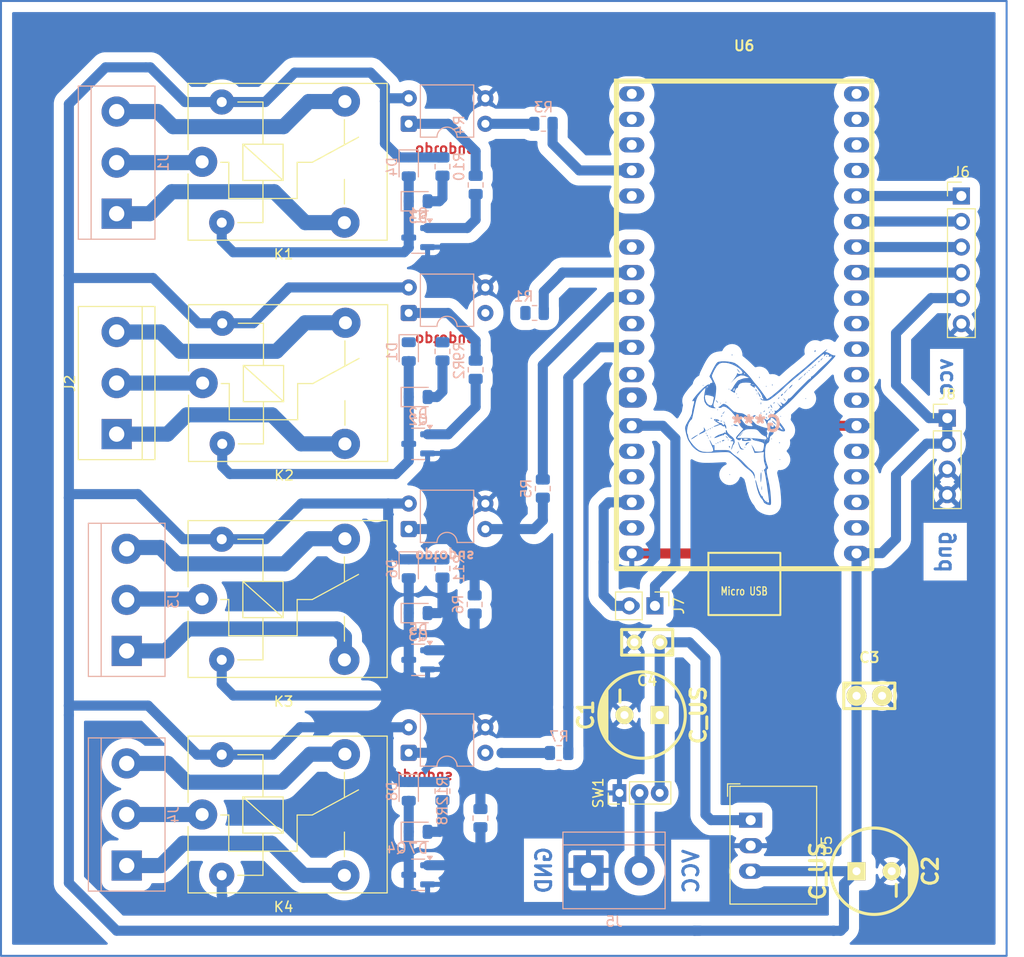
<source format=kicad_pcb>
(kicad_pcb (version 20241229) (generator "pcbnew") (generator_version "9.0")
  (layers (0 "F.Cu" signal) (2 "B.Cu" signal) (13 "F.Paste" user) (15 "B.Paste" user) (5 "F.SilkS" user "F.Silkscreen") (7 "B.SilkS" user "B.Silkscreen") (1 "F.Mask" user) (3 "B.Mask" user) (25 "Edge.Cuts" user))
  (net 0 "")
  (net 1 "Net-(D1-A)")
  (net 2 "Net-(U4-A)")
  (net 3 "Net-(R2-Pad1)")
  (net 4 "GND")
  (net 5 "Net-(D2-A)")
  (net 6 "Net-(J2-Pin_3)")
  (net 7 "Net-(J2-Pin_2)")
  (net 8 "Net-(Q2-B)")
  (net 9 "VCC")
  (net 10 "Net-(D3-A)")
  (net 12 "Net-(D5-A)")
  (net 14 "Net-(D7-A)")
  (net 15 "Net-(J1-Pin_3)")
  (net 16 "Net-(J1-Pin_2)")
  (net 17 "Net-(J3-Pin_2)")
  (net 18 "Net-(J3-Pin_3)")
  (net 19 "Net-(J4-Pin_3)")
  (net 20 "Net-(J4-Pin_2)")
  (net 21 "Net-(Q1-B)")
  (net 22 "Net-(Q3-B)")
  (net 23 "Net-(Q4-B)")
  (net 24 "Net-(U1-A)")
  (net 25 "Net-(R4-Pad1)")
  (net 26 "Net-(U2-A)")
  (net 27 "Net-(R6-Pad1)")
  (net 28 "Net-(U3-A)")
  (net 29 "Net-(R8-Pad1)")
  (net 38 "gpio15")
  (net 49 "Net-(J5-Pin_2)")
  (net 50 "Net-(J6-Pin_1)")
  (net 51 "Net-(J6-Pin_4)")
  (net 52 "Net-(J6-Pin_2)")
  (net 53 "Net-(J6-Pin_3)")
  (net 54 "in vcc")
  (net 55 "Net-(J7-Pin_1)")
  (net 56 "Net-(J7-Pin_2)")
  (net 60 "gpio16")
  (net 61 "gpio17")
  (net 62 "gpio18")
  (net 64 "Net-(D5-K)")
  (net 65 "Net-(D7-K)")
  (net 66 "Net-(D3-K)")
  (net 67 "a")
  (net 68 "b")
  (net 69 "c")
  (net 70 "d")
  (footprint "Relay_THT:Relay_SPDT_SANYOU_SRD_Series_Form_C" (layer "F.Cu") (at 35.55 73.0125)
    (property "Reference" "K2")
    (property "Value" "SANYOU_SRD_Form_C")
  )
  (footprint "Connector_PinHeader_2.00mm:PinHeader_1x03_P2.00mm_Vertical" (layer "F.Cu") (at 77 113.792 90)
    (property "Reference" "SW1")
    (property "Value" "SW_Nidec_CAS-120A1")
  )
  (footprint "Relay_THT:Relay_SPDT_SANYOU_SRD_Series_Form_C" (layer "F.Cu") (at 35.5 115.9375)
    (property "Reference" "K4")
    (property "Value" "SANYOU_SRD_Form_C")
  )
  (footprint "Connector_PinHeader_2.54mm:PinHeader_1x02_P2.54mm_Vertical" (layer "F.Cu") (at 80.53 95.18 -90)
    (property "Reference" "J7")
    (property "Value" "Conn_01x02_Pin")
  )
  (footprint "Relay_THT:Relay_SPDT_SANYOU_SRD_Series_Form_C" (layer "F.Cu") (at 35.5 94.5)
    (property "Reference" "K3")
    (property "Value" "SANYOU_SRD_Form_C")
  )
  (footprint "Converter_DCDC:Converter_DCDC_RECOM_R-78E-0.5_THT" (layer "F.Cu") (at 90.05 116.5 -90)
    (property "Reference" "U5")
    (property "Value" "L7805")
  )
  (footprint "EESTN5:CAP_ELEC_8x11.5mm" (layer "F.Cu") (at 102.326 121.58 -90)
    (property "Reference" "C2")
    (property "Value" "C_US")
  )
  (footprint "EESTN5:CAP_0.1" (layer "F.Cu") (at 79.756 98.806 180)
    (property "Reference" "C4")
    (property "Value" "C" (hide yes))
  )
  (footprint "esp:ESP32S_38_PINES" (layer "F.Cu") (at 89.4 39.4565)
    (property "Reference" "U6")
    (property "Value" "~" (hide yes))
  )
  (footprint "Connector_PinHeader_2.54mm:PinHeader_1x06_P2.54mm_Vertical" (layer "F.Cu") (at 111 54.3995)
    (property "Reference" "J6")
    (property "Value" "Conn_01x06_Pin")
  )
  (footprint "Relay_THT:Relay_SPDT_SANYOU_SRD_Series_Form_C" (layer "F.Cu") (at 35.5 51)
    (property "Reference" "K1")
    (property "Value" "SANYOU_SRD_Form_C")
  )
  (footprint "Connector_PinHeader_2.54mm:PinHeader_1x04_P2.54mm_Vertical" (layer "F.Cu") (at 109.601 76.5)
    (property "Reference" "J8")
    (property "Value" "Conn_01x04_Pin")
  )
  (footprint "EESTN5:CAP_0.1" (layer "F.Cu") (at 101.846 104.13)
    (property "Reference" "C3")
    (property "Value" "C" (hide yes))
  )
  (footprint "TerminalBlock:TerminalBlock_bornier-3_P5.08mm" (layer "F.Cu") (at 27 78.0925 90)
    (property "Reference" "J2")
    (property "Value" "Conn_01x03_Pin")
  )
  (footprint "EESTN5:CAP_ELEC_8x11.5mm" (layer "F.Cu") (at 79.25 106.045 90)
    (property "Reference" "C1")
    (property "Value" "C_US")
  )
  (footprint "TerminalBlock:TerminalBlock_bornier-2_P5.08mm" (layer "B.Cu") (at 73.92 121.5)
    (property "Reference" "J5")
    (property "Value" "Screw_Terminal_01x02")
  )
  (footprint "añañin:yokoono" (layer "B.Cu") (at 60.045 68.15)
    (property "Reference" "U4" (hide yes))
    (property "Value" "GP2S700HCP" (hide yes))
  )
  (footprint "LED_SMD:LED_0805_2012Metric" (layer "B.Cu") (at 56.9825 74.4)
    (property "Reference" "D2")
    (property "Value" "LED")
  )
  (footprint "Resistor_SMD:R_0805_2012Metric" (layer "B.Cu") (at 70.9975 109.8175 180)
    (property "Reference" "R7")
    (property "Value" "R")
  )
  (footprint "añañin:yokoono" (layer "B.Cu") (at 60.045 111.91)
    (property "Reference" "U3" (hide yes))
    (property "Value" "GP2S700HCP" (hide yes))
  )
  (footprint "Resistor_SMD:R_0805_2012Metric" (layer "B.Cu") (at 63.175 116.3 -90)
    (property "Reference" "R8")
    (property "Value" "R")
  )
  (footprint "Package_TO_SOT_SMD:SOT-23" (layer "B.Cu") (at 56.9825 121.9375 180)
    (property "Reference" "Q4")
    (property "Value" "MMBT2222A")
  )
  (footprint "Resistor_SMD:R_0805_2012Metric" (layer "B.Cu") (at 59.4 69.8625 90)
    (property "Reference" "R9")
    (property "Value" "R")
  )
  (footprint "Diode_SMD:D_0805_2012Metric" (layer "B.Cu") (at 56.045 91.4875 -90)
    (property "Reference" "D6")
    (property "Value" "D")
  )
  (footprint "Resistor_SMD:R_0805_2012Metric" (layer "B.Cu") (at 62.7 71.6875 -90)
    (property "Reference" "R2")
    (property "Value" "R")
  )
  (footprint "Resistor_SMD:R_0805_2012Metric" (layer "B.Cu") (at 68.5625 66.04 180)
    (property "Reference" "R1")
    (property "Value" "R")
  )
  (footprint "Resistor_SMD:R_0805_2012Metric" (layer "B.Cu") (at 59.4 113.6125 90)
    (property "Reference" "R12")
    (property "Value" "R")
  )
  (footprint "Package_TO_SOT_SMD:SOT-23" (layer "B.Cu") (at 56.9825 79.0625 180)
    (property "Reference" "Q2")
    (property "Value" "MMBT2222A")
  )
  (footprint "LED_SMD:LED_0805_2012Metric" (layer "B.Cu") (at 56.9825 54.925)
    (property "Reference" "D3")
    (property "Value" "LED")
  )
  (footprint "LOGO" (layer "B.Cu") (at 90.609558 77.073163 180)
    (property "Reference" "G***")
    (property "Value" "LOGO" (hide yes))
  )
  (footprint "Resistor_SMD:R_0805_2012Metric" (layer "B.Cu") (at 59.4 51.475 90)
    (property "Reference" "R10")
    (property "Value" "R")
  )
  (footprint "añañin:yokoono" (layer "B.Cu") (at 60.045 49.3275)
    (property "Reference" "U1" (hide yes))
    (property "Value" "GP2S700HCP" (hide yes))
  )
  (footprint "LED_SMD:LED_0805_2012Metric" (layer "B.Cu") (at 56.9825 95.9)
    (property "Reference" "D5")
    (property "Value" "LED")
  )
  (footprint "Resistor_SMD:R_0805_2012Metric" (layer "B.Cu") (at 59.4 91.4625 90)
    (property "Reference" "R11")
    (property "Value" "R")
  )
  (footprint "Resistor_SMD:R_0805_2012Metric" (layer "B.Cu") (at 62.7 53.3 -90)
    (property "Reference" "R4")
    (property "Value" "R")
  )
  (footprint "Diode_SMD:D_0805_2012Metric" (layer "B.Cu") (at 56.045 51.5 -90)
    (property "Reference" "D4")
    (property "Value" "D")
  )
  (footprint "TerminalBlock:TerminalBlock_bornier-3_P5.08mm" (layer "B.Cu") (at 27 56.16 90)
    (property "Reference" "J1")
    (property "Value" "Conn_01x03_Pin")
  )
  (footprint "Resistor_SMD:R_0805_2012Metric" (layer "B.Cu") (at 69.4375 47.2175 180)
    (property "Reference" "R3")
    (property "Value" "R")
  )
  (footprint "TerminalBlock:TerminalBlock_bornier-3_P5.08mm" (layer "B.Cu") (at 28 121.0175 90)
    (property "Reference" "J4")
    (property "Value" "Conn_01x03_Pin")
  )
  (footprint "Package_TO_SOT_SMD:SOT-23" (layer "B.Cu") (at 56.9825 58.5375 180)
    (property "Reference" "Q1")
    (property "Value" "MMBT2222A")
  )
  (footprint "Package_TO_SOT_SMD:SOT-23" (layer "B.Cu") (at 56.9825 100.55 180)
    (property "Reference" "Q3")
    (property "Value" "MMBT2222A")
  )
  (footprint "añañin:yokoono" (layer "B.Cu") (at 60.045 89.65)
    (property "Reference" "U2" (hide yes))
    (property "Value" "GP2S700HCP" (hide yes))
  )
  (footprint "TerminalBlock:TerminalBlock_bornier-3_P5.08mm" (layer "B.Cu") (at 28 99.66 90)
    (property "Reference" "J3")
    (property "Value" "Conn_01x03_Pin")
  )
  (footprint "LED_SMD:LED_0805_2012Metric" (layer "B.Cu") (at 56.9825 117.6625)
    (property "Reference" "D7")
    (property "Value" "LED")
  )
  (footprint "Resistor_SMD:R_0805_2012Metric" (layer "B.Cu") (at 69.38 83.5125 -90)
    (property "Reference" "R5")
    (property "Value" "R")
  )
  (footprint "Resistor_SMD:R_0805_2012Metric" (layer "B.Cu") (at 62.6 95.0375 -90)
    (property "Reference" "R6")
    (property "Value" "R")
  )
  (footprint "Diode_SMD:D_0805_2012Metric" (layer "B.Cu") (at 56.045 69.8875 -90)
    (property "Reference" "D1")
    (property "Value" "D")
  )
  (footprint "Diode_SMD:D_0805_2012Metric" (layer "B.Cu") (at 56.045 113.6375 -90)
    (property "Reference" "D8")
    (property "Value" "D")
  )
  (gr_rect (start 15.5 35) (end 115.5 130) (stroke (width 0.2)) (fill no) (layer "B.Cu"))
  (gr_text "01" (at 83.7 67.5 0) (layer "F.Cu" knockout) (effects (font (size 5.08 5.08) (thickness 1.27) (bold yes)) (justify left bottom)))
  (gr_text "-" (at 84.375 58.7 0) (layer "F.Cu" knockout) (effects (font (size 5.08 5.08) (thickness 1.27) (bold yes)) (justify left bottom)))
  (gr_text "eva" (at 82.375 51.95 -0) (layer "F.Cu" knockout) (effects (font (size 5.08 5.08) (thickness 1.27) (bold yes)) (justify left bottom)))
  (gr_text "vcc" (at 110.236 70.358 90) (layer "B.Cu") (effects (font (size 1.5 1.5) (thickness 0.3) (bold yes)) (justify left bottom mirror)))
  (gr_text "gnd" (at 110.09 87.59 90) (layer "B.Cu") (effects (font (size 1.5 1.5) (thickness 0.3) (bold yes)) (justify left bottom mirror)))
  (gr_text "VCC" (at 85 119.253 90) (layer "B.Cu") (effects (font (size 1.5 1.5) (thickness 0.3) (bold yes)) (justify left bottom mirror)))
  (gr_text "GND" (at 70.358 118.999 90) (layer "B.Cu") (effects (font (size 1.5 1.5) (thickness 0.3) (bold yes)) (justify left bottom mirror)))
  (segment (start 56.045 74.4) (end 56.045 70.825) (width 1) (layer "B.Cu") (net 1))
  (segment (start 38.2625 82.0625) (end 54.7375 82.0625) (width 1) (layer "B.Cu") (net 1))
  (segment (start 54.7375 82.0625) (end 56.045 80.755) (width 1) (layer "B.Cu") (net 1))
  (segment (start 56.045 79.0625) (end 56.045 74.4) (width 1) (layer "B.Cu") (net 1))
  (segment (start 56.045 80.755) (end 56.045 79.0625) (width 1) (layer "B.Cu") (net 1))
  (segment (start 37.5 79.0625) (end 37.5 81.3) (width 1) (layer "B.Cu") (net 1))
  (segment (start 37.5 81.3) (end 38.2625 82.0625) (width 1) (layer "B.Cu") (net 1))
  (segment (start 56.045 66.04) (end 59.965 66.04) (width 1) (layer "B.Cu") (net 3))
  (segment (start 62.7 68.775) (end 62.7 69.275) (width 1) (layer "B.Cu") (net 3))
  (segment (start 62.7 69.275) (end 62.7 70.775) (width 1) (layer "B.Cu") (net 3))
  (segment (start 59.965 66.04) (end 62.7 68.775) (width 1) (layer "B.Cu") (net 3))
  (segment (start 97.113501 78.736499) (end 97.113501 87.836499) (width 1) (layer "F.Cu") (net 4))
  (segment (start 98.5905 77.2595) (end 97.113501 78.736499) (width 1) (layer "F.Cu") (net 4))
  (segment (start 97.113501 87.836499) (end 94.981427 89.968573) (width 1) (layer "F.Cu") (net 4))
  (segment (start 100.576 77.2595) (end 98.5905 77.2595) (width 1) (layer "F.Cu") (net 4))
  (segment (start 94.981427 89.968573) (end 78.233073 89.968573) (width 1) (layer "F.Cu") (net 4))
  (segment (start 78.233073 89.968573) (end 78.224 89.9595) (width 1) (layer "F.Cu") (net 4))
  (segment (start 57.92 74.4) (end 58.85 74.4) (width 1) (layer "B.Cu") (net 5))
  (segment (start 59.4 73.85) (end 59.4 70.775) (width 1) (layer "B.Cu") (net 5))
  (segment (start 58.85 74.4) (end 59.4 73.85) (width 1) (layer "B.Cu") (net 5))
  (segment (start 42.9 69.85) (end 45.7375 67.0125) (width 1.5) (layer "B.Cu") (net 6))
  (segment (start 45.7375 67.0125) (end 49.75 67.0125) (width 1.5) (layer "B.Cu") (net 6))
  (segment (start 31.3825 67.9325) (end 33.3 69.85) (width 1.5) (layer "B.Cu") (net 6))
  (segment (start 27 67.9325) (end 31.3825 67.9325) (width 1.5) (layer "B.Cu") (net 6))
  (segment (start 33.3 69.85) (end 42.9 69.85) (width 1.5) (layer "B.Cu") (net 6))
  (segment (start 35.55 73.0125) (end 27 73.0125) (width 1.5) (layer "B.Cu") (net 7))
  (segment (start 62.7 75.375) (end 59.9625 78.1125) (width 1) (layer "B.Cu") (net 8))
  (segment (start 62.7 72.6) (end 62.7 75.375) (width 1) (layer "B.Cu") (net 8))
  (segment (start 59.9625 78.1125) (end 57.92 78.1125) (width 1) (layer "B.Cu") (net 8))
  (segment (start 98.29 127.5) (end 98.298 127.508) (width 1) (layer "B.Cu") (net 9))
  (segment (start 98.992 127.508) (end 99.326 127.174) (width 1) (layer "B.Cu") (net 9))
  (segment (start 45.25 107.25) (end 45.26 107.26) (width 1) (layer "B.Cu") (net 9))
  (segment (start 35.0125 109.9875) (end 30.125 105.1) (width 1) (layer "B.Cu") (net 9))
  (segment (start 41.775 45.05) (end 37.45 45.05) (width 1) (layer "B.Cu") (net 9))
  (segment (start 104.5 88.5) (end 103.06 89.94) (width 1) (layer "B.Cu") (net 9))
  (segment (start 109.601 79.04) (end 107.56 79.04) (width 1) (layer "B.Cu") (net 9))
  (segment (start 22.5115 62.5615) (end 22.25 62.3) (width 1) (layer "B.Cu") (net 9))
  (segment (start 30.35 41.6) (end 29.9 41.6) (width 1) (layer "B.Cu") (net 9))
  (segment (start 84.455 127.5) (end 98.29 127.5) (width 1) (layer "B.Cu") (net 9))
  (segment (start 45.26 107.26) (end 54 107.26) (width 1) (layer "B.Cu") (net 9))
  (segment (start 22.25 84.425) (end 22.25 62.3) (width 1) (layer "B.Cu") (net 9))
  (segment (start 37.5 67.0625) (end 35.1125 67.0625) (width 1) (layer "B.Cu") (net 9))
  (segment (start 85 127.5) (end 84.455 127.5) (width 1) (layer "B.Cu") (net 9))
  (segment (start 56.045 90.55) (end 55.05 90.55) (width 1) (layer "B.Cu") (net 9))
  (segment (start 53.9725 44.6775) (end 53.675 44.975) (width 1) (layer "B.Cu") (net 9))
  (segment (start 104.5 82.1) (end 104.5 88.5) (width 1) (layer "B.Cu") (net 9))
  (segment (start 53.675 44.975) (end 53.675 43.55) (width 1) (layer "B.Cu") (net 9))
  (segment (start 56.045 112.7) (end 55.2 112.7) (width 1) (layer "B.Cu") (net 9))
  (segment (start 55.0625 50.5625) (end 56.045 50.5625) (width 1) (layer "B.Cu") (net 9))
  (segment (start 109.601 79.04) (end 109.601 76.5) (width 1) (layer "B.Cu") (net 9))
  (segment (start 35.1125 67.0625) (end 30.6115 62.5615) (width 1) (layer "B.Cu") (net 9))
  (segment (start 30.6115 62.5615) (end 22.5115 62.5615) (width 1) (layer "B.Cu") (net 9))
  (segment (start 37.45 88.55) (end 33.6 88.55) (width 1) (layer "B.Cu") (net 9))
  (segment (start 37.45 109.9875) (end 42.5125 109.9875) (width 1) (layer "B.Cu") (net 9))
  (segment (start 37.45 109.9875) (end 35.0125 109.9875) (width 1) (layer "B.Cu") (net 9))
  (segment (start 54 107.26) (end 56.045 107.26) (width 1) (layer "B.Cu") (net 9))
  (segment (start 54 85) (end 45.3635 85) (width 1) (layer "B.Cu") (net 9))
  (segment (start 37.45 45.05) (end 33.8 45.05) (width 1) (layer "B.Cu") (net 9))
  (segment (start 25.9 41.6) (end 29.9 41.6) (width 1) (layer "B.Cu") (net 9))
  (segment (start 33.6 88.55) (end 29.1115 84.0615) (width 1) (layer "B.Cu") (net 9))
  (segment (start 53.675 43.55) (end 52.25 42.125) (width 1) (layer "B.Cu") (net 9))
  (segment (start 103.06 89.94) (end 100.352 89.94) (width 1) (layer "B.Cu") (net 9))
  (segment (start 37.5 67.0625) (end 40.574 67.0625) (width 1) (layer "B.Cu") (net 9))
  (segment (start 30.125 105.1) (end 22.25 105.1) (width 1) (layer "B.Cu") (net 9))
  (segment (start 55.2 112.7) (end 54 111.5) (width 1) (layer "B.Cu") (net 9))
  (segment (start 44.7 42.125) (end 41.775 45.05) (width 1) (layer "B.Cu") (net 9))
  (segment (start 22.25 105.1) (end 22.25 106.05) (width 1) (layer "B.Cu") (net 9))
  (segment (start 42.5125 109.9875) (end 45.25 107.25) (width 1) (layer "B.Cu") (net 9))
  (segment (start 27 127.5) (end 84.455 127.5) (width 1) (layer "B.Cu") (net 9))
  (segment (start 22.6135 84.0615) (end 22.25 84.425) (width 1) (layer "B.Cu") (net 9))
  (segment (start 56.045 50.5625) (end 59.4 50.5625) (width 1) (layer "B.Cu") (net 9))
  (segment (start 56.045 63.5) (end 44.1365 63.5) (width 1) (layer "B.Cu") (net 9))
  (segment (start 99.326 122.83) (end 100.576 121.58) (width 1) (layer "B.Cu") (net 9))
  (segment (start 22.25 122.75) (end 27 127.5) (width 1) (layer "B.Cu") (net 9))
  (segment (start 107.9905 64.5595) (end 104.5 68.05) (width 1) (layer "B.Cu") (net 9))
  (segment (start 98.298 127.508) (end 98.992 127.508) (width 1) (layer "B.Cu") (net 9))
  (segment (start 52.25 42.125) (end 44.7 42.125) (width 1) (layer "B.Cu") (net 9))
  (segment (start 100.576 104.13) (end 100.576 121.58) (width 1) (layer "B.Cu") (net 9))
  (segment (start 104.5 68.05) (end 104.5 73.2) (width 1) (layer "B.Cu") (net 9))
  (segment (start 54 111.5) (end 54 107.26) (width 1) (layer "B.Cu") (net 9))
  (segment (start 22.25 45.25) (end 25.9 41.6) (width 1) (layer "B.Cu") (net 9))
  (segment (start 45.3635 85) (end 41.8135 88.55) (width 1) (layer "B.Cu") (net 9))
  (segment (start 33.8 45.05) (end 30.35 41.6) (width 1) (layer "B.Cu") (net 9))
  (segment (start 56.045 112.7) (end 59.4 112.7) (width 1) (layer "B.Cu") (net 9))
  (segment (start 107.8 76.5) (end 104.5 73.2) (width 1) (layer "B.Cu") (net 9))
  (segment (start 109.601 76.5) (end 107.8 76.5) (width 1) (layer "B.Cu") (net 9))
  (segment (start 111 64.5595) (end 107.9905 64.5595) (width 1) (layer "B.Cu") (net 9))
  (segment (start 56.045 44.6775) (end 53.9725 44.6775) (width 1) (layer "B.Cu") (net 9))
  (segment (start 44.1365 63.5) (end 44.08075 63.55575) (width 1) (layer "B.Cu") (net 9))
  (segment (start 56.045 85) (end 54 85) (width 1) (layer "B.Cu") (net 9))
  (segment (start 53.675 49.175) (end 55.0625 50.5625) (width 1) (layer "B.Cu") (net 9))
  (segment (start 56.045 90.55) (end 59.4 90.55) (width 1) (layer "B.Cu") (net 9))
  (segment (start 55.05 90.55) (end 54 89.5) (width 1) (layer "B.Cu") (net 9))
  (segment (start 100.576 89.9595) (end 100.576 104.13) (width 1) (layer "B.Cu") (net 9))
  (segment (start 22.25 62.3) (end 22.25 45.25) (width 1) (layer "B.Cu") (net 9))
  (segment (start 29.1115 84.0615) (end 22.6135 84.0615) (width 1) (layer "B.Cu") (net 9))
  (segment (start 99.326 127.174) (end 99.326 122.83) (width 1) (layer "B.Cu") (net 9))
  (segment (start 54 89.5) (end 54 85) (width 1) (layer "B.Cu") (net 9))
  (segment (start 41.8135 88.55) (end 37.45 88.55) (width 1) (layer "B.Cu") (net 9))
  (segment (start 107.56 79.04) (end 104.5 82.1) (width 1) (layer "B.Cu") (net 9))
  (segment (start 40.574 67.0625) (end 44.08075 63.55575) (width 1) (layer "B.Cu") (net 9))
  (segment (start 22.25 105.1) (end 22.25 84.425) (width 1) (layer "B.Cu") (net 9))
  (segment (start 90.05 121.58) (end 100.576 121.58) (width 1) (layer "B.Cu") (net 9))
  (segment (start 53.675 44.975) (end 53.675 49.175) (width 1) (layer "B.Cu") (net 9))
  (segment (start 22.25 106.05) (end 22.25 122.75) (width 1) (layer "B.Cu") (net 9))
  (segment (start 57.92 54.925) (end 59.075 54.925) (width 1) (layer "B.Cu") (net 10))
  (segment (start 59.4 54.6) (end 59.4 52.3875) (width 1) (layer "B.Cu") (net 10))
  (segment (start 59.075 54.925) (end 59.4 54.6) (width 1) (layer "B.Cu") (net 10))
  (segment (start 59.4 92.375) (end 59.4 95.6) (width 1) (layer "B.Cu") (net 12))
  (segment (start 59.4 95.6) (end 59.1 95.9) (width 1) (layer "B.Cu") (net 12))
  (segment (start 59.1 95.9) (end 57.92 95.9) (width 1) (layer "B.Cu") (net 12))
  (segment (start 59.1375 117.6625) (end 57.92 117.6625) (width 1) (layer "B.Cu") (net 14))
  (segment (start 59.4 114.525) (end 59.4 117.4) (width 1) (layer "B.Cu") (net 14))
  (segment (start 59.4 117.4) (end 59.1375 117.6625) (width 1) (layer "B.Cu") (net 14))
  (segment (start 43.6 47.5) (end 46.1 45) (width 1.5) (layer "B.Cu") (net 15))
  (segment (start 31.1 46) (end 32.6 47.5) (width 1.5) (layer "B.Cu") (net 15))
  (segment (start 32.6 47.5) (end 43.6 47.5) (width 1.5) (layer "B.Cu") (net 15))
  (segment (start 27 46) (end 31.1 46) (width 1.5) (layer "B.Cu") (net 15))
  (segment (start 46.1 45) (end 49.7 45) (width 1.5) (layer "B.Cu") (net 15))
  (segment (start 27 51.08) (end 35.42 51.08) (width 1.5) (layer "B.Cu") (net 16))
  (segment (start 35.42 51.08) (end 35.5 51) (width 1) (layer "B.Cu") (net 16))
  (segment (start 35.5 94.5) (end 28.08 94.5) (width 1.5) (layer "B.Cu") (net 17))
  (segment (start 28.08 94.5) (end 28 94.58) (width 1) (layer "B.Cu") (net 17))
  (segment (start 28.125 89.375) (end 31.35 89.375) (width 1.5) (layer "B.Cu") (net 18))
  (segment (start 32.975 91) (end 43.7 91) (width 1.5) (layer "B.Cu") (net 18))
  (segment (start 46.2 88.5) (end 49.7 88.5) (width 1.5) (layer "B.Cu") (net 18))
  (segment (start 43.7 91) (end 46.2 88.5) (width 1.5) (layer "B.Cu") (net 18))
  (segment (start 28 89.5) (end 28.125 89.375) (width 1.5) (layer "B.Cu") (net 18))
  (segment (start 31.35 89.375) (end 32.975 91) (width 1.5) (layer "B.Cu") (net 18))
  (segment (start 28 110.8575) (end 32.0825 110.8575) (width 1.5) (layer "B.Cu") (net 19))
  (segment (start 32.0825 110.8575) (end 33.95 112.725) (width 1.5) (layer "B.Cu") (net 19))
  (segment (start 33.95 112.725) (end 43.45 112.725) (width 1.5) (layer "B.Cu") (net 19))
  (segment (start 43.45 112.725) (end 46.2375 109.9375) (width 1.5) (layer "B.Cu") (net 19))
  (segment (start 46.2375 109.9375) (end 49.7 109.9375) (width 1.5) (layer "B.Cu") (net 19))
  (segment (start 35.5 115.9375) (end 28 115.9375) (width 1.5) (layer "B.Cu") (net 20))
  (segment (start 62.7 56.75) (end 62.7 54.2125) (width 1) (layer "B.Cu") (net 21))
  (segment (start 61.8625 57.5875) (end 62.7 56.75) (width 1) (layer "B.Cu") (net 21))
  (segment (start 57.92 57.5875) (end 61.8625 57.5875) (width 1) (layer "B.Cu") (net 21))
  (segment (start 60.9 99.6) (end 57.92 99.6) (width 1) (layer "B.Cu") (net 22))
  (segment (start 62.6 95.95) (end 62.6 97.9) (width 1) (layer "B.Cu") (net 22))
  (segment (start 62.6 97.9) (end 60.9 99.6) (width 1) (layer "B.Cu") (net 22))
  (segment (start 61.5 121) (end 61.4875 120.9875) (width 1) (layer "B.Cu") (net 23))
  (segment (start 63.175 119.325) (end 61.5 121) (width 1) (layer "B.Cu") (net 23))
  (segment (start 63.175 117.2125) (end 63.175 119.325) (width 1) (layer "B.Cu") (net 23))
  (segment (start 61.4875 120.9875) (end 57.92 120.9875) (width 1) (layer "B.Cu") (net 23))
  (segment (start 68.525 47.2175) (end 63.665 47.2175) (width 1) (layer "B.Cu") (net 24))
  (segment (start 59.9675 47.2175) (end 56.045 47.2175) (width 1) (layer "B.Cu") (net 25))
  (segment (start 62.7 49.95) (end 62.7 52.3875) (width 1) (layer "B.Cu") (net 25))
  (segment (start 62.7 49.95) (end 59.9675 47.2175) (width 1) (layer "B.Cu") (net 25))
  (segment (start 69.38 84.425) (end 69.38 86.67) (width 1) (layer "B.Cu") (net 26))
  (segment (start 69.38 86.67) (end 68.51 87.54) (width 1) (layer "B.Cu") (net 26))
  (segment (start 63.665 87.54) (end 68.51 87.54) (width 1) (layer "B.Cu") (net 26))
  (segment (start 59.04 87.54) (end 62.6 91.1) (width 1) (layer "B.Cu") (net 27))
  (segment (start 56.045 87.54) (end 59.04 87.54) (width 1) (layer "B.Cu") (net 27))
  (segment (start 62.6 91.1) (end 62.6 94.125) (width 1) (layer "B.Cu") (net 27))
  (segment (start 65.2875 109.8175) (end 65.27 109.8) (width 1) (layer "B.Cu") (net 28))
  (segment (start 70.085 109.8175) (end 65.2875 109.8175) (width 1) (layer "B.Cu") (net 28))
  (segment (start 63.175 115.3875) (end 63.175 113.175) (width 1) (layer "B.Cu") (net 29))
  (segment (start 59.8 109.8) (end 56.045 109.8) (width 1) (layer "B.Cu") (net 29))
  (segment (start 63.175 113.175) (end 59.8 109.8) (width 1) (layer "B.Cu") (net 29))
  (segment (start 73.0095 51.8595) (end 78.224 51.8595) (width 1) (layer "B.Cu") (net 38))
  (segment (start 70.35 47.2175) (end 70.35 49.2) (width 1) (layer "B.Cu") (net 38))
  (segment (start 70.35 49.2) (end 73.0095 51.8595) (width 1) (layer "B.Cu") (net 38))
  (segment (start 79 121.5) (end 79 113.792) (width 1) (layer "B.Cu") (net 49))
  (segment (start 100.576 54.3995) (end 111 54.3995) (width 1) (layer "B.Cu") (net 50))
  (segment (start 111 62.0195) (end 100.576 62.0195) (width 1) (layer "B.Cu") (net 51))
  (segment (start 111 56.9395) (end 100.576 56.9395) (width 1) (layer "B.Cu") (net 52))
  (segment (start 100.576 59.4795) (end 111 59.4795) (width 1) (layer "B.Cu") (net 53))
  (segment (start 85.55 100.4) (end 85.55 115.95) (width 1) (layer "B.Cu") (net 54))
  (segment (start 83.956 98.806) (end 85.55 100.4) (width 1) (layer "B.Cu") (net 54))
  (segment (start 85.55 115.95) (end 86.1 116.5) (width 1) (layer "B.Cu") (net 54))
  (segment (start 81.026 98.806) (end 83.956 98.806) (width 1) (layer "B.Cu") (net 54))
  (segment (start 86.1 116.5) (end 90.05 116.5) (width 1) (layer "B.Cu") (net 54))
  (segment (start 81 98.832) (end 81.026 98.806) (width 0.2) (layer "B.Cu") (net 54))
  (segment (start 81 106.045) (end 81 98.832) (width 1) (layer "B.Cu") (net 54))
  (segment (start 81 113.792) (end 81 106.045) (width 1) (layer "B.Cu") (net 54))
  (segment (start 82.56 78.52) (end 82.56 91.15) (width 1) (layer "B.Cu") (net 55))
  (segment (start 81.2995 77.2595) (end 82.56 78.52) (width 1) (layer "B.Cu") (net 55))
  (segment (start 82.56 91.15) (end 80.53 93.18) (width 1) (layer "B.Cu") (net 55))
  (segment (start 78.224 77.2595) (end 81.2995 77.2595) (width 1) (layer "B.Cu") (net 55))
  (segment (start 80.53 93.18) (end 80.53 95.18) (width 1) (layer "B.Cu") (net 55))
  (segment (start 76.44 95.13) (end 76.49 95.18) (width 1) (layer "B.Cu") (net 56))
  (segment (start 75.9305 84.8795) (end 78.224 84.8795) (width 1) (layer "B.Cu") (net 56))
  (segment (start 76.44 95.11) (end 76.44 95.13) (width 1) (layer "B.Cu") (net 56))
  (segment (start 75.42 94.09) (end 76.44 95.11) (width 1) (layer "B.Cu") (net 56))
  (segment (start 76.49 95.18) (end 78.53 95.18) (width 1) (layer "B.Cu") (net 56))
  (segment (start 75.43 90.82) (end 75.43 85.38) (width 1) (layer "B.Cu") (net 56))
  (segment (start 75.42 90.83) (end 75.42 94.09) (width 1) (layer "B.Cu") (net 56))
  (segment (start 75.43 90.82) (end 75.42 90.83) (width 1) (layer "B.Cu") (net 56))
  (segment (start 75.43 85.38) (end 75.9305 84.8795) (width 1) (layer "B.Cu") (net 56))
  (segment (start 71.3305 62.0195) (end 71.3305 62.0695) (width 1) (layer "B.Cu") (net 60))
  (segment (start 78.224 62.0195) (end 71.3305 62.0195) (width 1) (layer "B.Cu") (net 60))
  (segment (start 69.475 63.925) (end 69.475 66.04) (width 1) (layer "B.Cu") (net 60))
  (segment (start 71.3305 62.0695) (end 69.475 63.925) (width 1) (layer "B.Cu") (net 60))
  (segment (start 69.38 71.21) (end 69.38 82.6) (width 1) (layer "B.Cu") (net 61))
  (segment (start 76.1335 64.4565) (end 69.38 71.21) (width 1) (layer "B.Cu") (net 61))
  (segment (start 78.224 64.4565) (end 76.1335 64.4565) (width 1) (layer "B.Cu") (net 61))
  (segment (start 71.91 72.465) (end 74.9185 69.4565) (width 1) (layer "B.Cu") (net 62))
  (segment (start 74.9185 69.4565) (end 78.224 69.4565) (width 1) (layer "B.Cu") (net 62))
  (segment (start 71.91 105.26) (end 71.91 72.465) (width 1) (layer "B.Cu") (net 62))
  (segment (start 71.91 105.26) (end 71.9 105.27) (width 1) (layer "B.Cu") (net 62))
  (segment (start 71.91 105.26) (end 71.91 109.8175) (width 1) (layer "B.Cu") (net 62))
  (segment (start 37.45 100.55) (end 37.45 102.95) (width 1) (layer "B.Cu") (net 64))
  (segment (start 56.045 95.9) (end 56.045 92.425) (width 1) (layer "B.Cu") (net 64))
  (segment (start 56.045 100.55) (end 56.045 95.9) (width 1) (layer "B.Cu") (net 64))
  (segment (start 56.045 101.955) (end 56.045 100.55) (width 1) (layer "B.Cu") (net 64))
  (segment (start 37.45 102.95) (end 38.6 104.1) (width 1) (layer "B.Cu") (net 64))
  (segment (start 53.9 104.1) (end 56.045 101.955) (width 1) (layer "B.Cu") (net 64))
  (segment (start 38.6 104.1) (end 53.9 104.1) (width 1) (layer "B.Cu") (net 64))
  (segment (start 56.045 121.9375) (end 56.045 117.6625) (width 1) (layer "B.Cu") (net 65))
  (segment (start 56.045 121.9375) (end 56.045 123.955) (width 1) (layer "B.Cu") (net 65))
  (segment (start 37.5 124.5) (end 37.5 124) (width 1) (layer "B.Cu") (net 65))
  (segment (start 38 125) (end 37.5 124.5) (width 1) (layer "B.Cu") (net 65))
  (segment (start 37.5 124) (end 37.45 123.95) (width 1) (layer "B.Cu") (net 65))
  (segment (start 37.45 123.95) (end 37.45 121.9875) (width 1) (layer "B.Cu") (net 65))
  (segment (start 56.045 114.575) (end 56.045 117.6625) (width 1) (layer "B.Cu") (net 65))
  (segment (start 55 125) (end 38 125) (width 1) (layer "B.Cu") (net 65))
  (segment (start 56.045 123.955) (end 55 125) (width 1) (layer "B.Cu") (net 65))
  (segment (start 38.6 60) (end 37.45 58.85) (width 1) (layer "B.Cu") (net 66))
  (segment (start 56.05 59.525) (end 56.045 59.52) (width 1) (layer "B.Cu") (net 66))
  (segment (start 55.575 60) (end 56.05 59.525) (width 1) (layer "B.Cu") (net 66))
  (segment (start 56.045 52.4375) (end 56.045 54.925) (width 1) (layer "B.Cu") (net 66))
  (segment (start 38.6 60) (end 55.575 60) (width 1) (layer "B.Cu") (net 66))
  (segment (start 56.045 59.52) (end 56.045 58.5375) (width 1) (layer "B.Cu") (net 66))
  (segment (start 37.45 58.85) (end 37.45 57.05) (width 1) (layer "B.Cu") (net 66))
  (segment (start 56.045 58.5375) (end 56.045 54.925) (width 1) (layer "B.Cu") (net 66))
  (segment (start 30.29 56.16) (end 32.475 53.975) (width 1.5) (layer "B.Cu") (net 67))
  (segment (start 45.75 57.05) (end 49.65 57.05) (width 1.5) (layer "B.Cu") (net 67))
  (segment (start 32.475 53.975) (end 42.675 53.975) (width 1.5) (layer "B.Cu") (net 67))
  (segment (start 42.675 53.975) (end 45.75 57.05) (width 1.5) (layer "B.Cu") (net 67))
  (segment (start 27 56.16) (end 30.29 56.16) (width 1.5) (layer "B.Cu") (net 67))
  (segment (start 32.0575 78.0925) (end 33.975 76.175) (width 1.5) (layer "B.Cu") (net 68))
  (segment (start 45.3375 79.0625) (end 49.7 79.0625) (width 1.5) (layer "B.Cu") (net 68))
  (segment (start 42.45 76.175) (end 45.3375 79.0625) (width 1.5) (layer "B.Cu") (net 68))
  (segment (start 33.975 76.175) (end 42.45 76.175) (width 1.5) (layer "B.Cu") (net 68))
  (segment (start 27 78.0925) (end 32.0575 78.0925) (width 1.5) (layer "B.Cu") (net 68))
  (segment (start 31.89 99.66) (end 34.075 97.475) (width 1.5) (layer "B.Cu") (net 69))
  (segment (start 28 99.66) (end 31.89 99.66) (width 1.5) (layer "B.Cu") (net 69))
  (segment (start 48.875 97.475) (end 49.65 98.25) (width 1.5) (layer "B.Cu") (net 69))
  (segment (start 49.65 98.25) (end 49.65 100.55) (width 1.5) (layer "B.Cu") (net 69))
  (segment (start 34.075 97.475) (end 48.875 97.475) (width 1.5) (layer "B.Cu") (net 69))
  (segment (start 28 121.0175) (end 31.4075 121.0175) (width 1.5) (layer "B.Cu") (net 70))
  (segment (start 45.5875 121.9875) (end 49.65 121.9875) (width 1.5) (layer "B.Cu") (net 70))
  (segment (start 31.4075 121.0175) (end 33.625 118.8) (width 1.5) (layer "B.Cu") (net 70))
  (segment (start 33.625 118.8) (end 42.4 118.8) (width 1.5) (layer "B.Cu") (net 70))
  (segment (start 42.4 118.8) (end 45.5875 121.9875) (width 1.5) (layer "B.Cu") (net 70))
  (zone (net 4) (net_name "GND") (layer "B.Cu") (connect_pads (clearance 1)) (min_thickness 0.25) (fill yes (thermal_gap 0.5) (thermal_bridge_width 0.5))
    (polygon (pts (xy 115.5 130) (xy 115.5 35) (xy 15.5 35) (xy 15.5 130)))
  )
)
</source>
